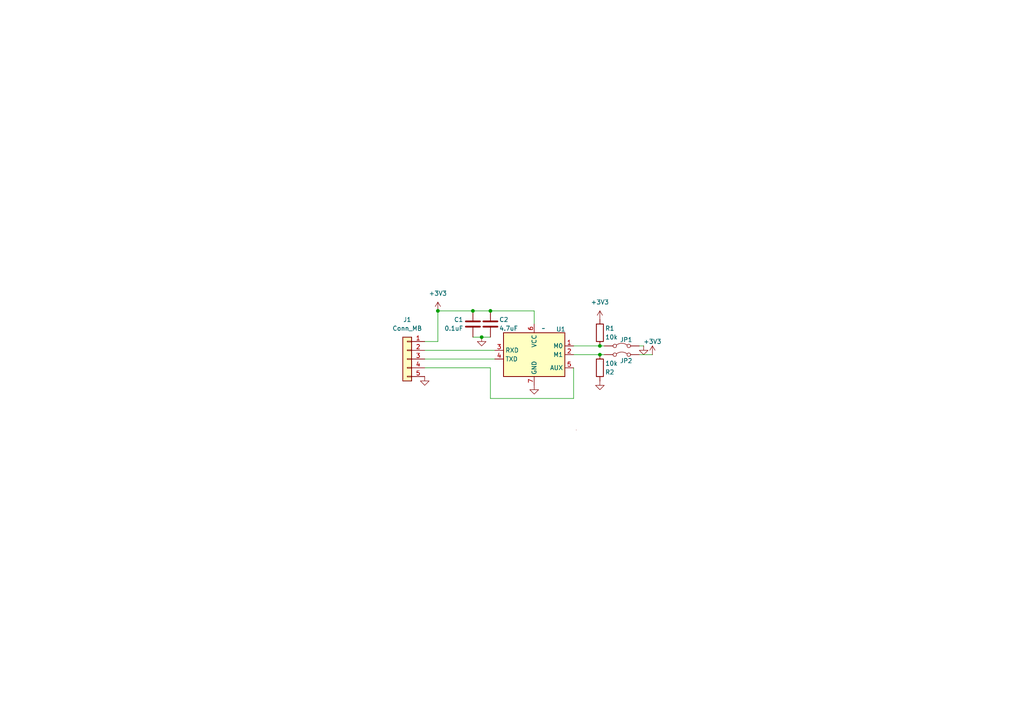
<source format=kicad_sch>
(kicad_sch (version 20250114) (generator "eeschema") (generator_version "9.0")
  (paper "A4")
  (title_block (title "LoRa Module") (date "2025-05-30") (rev "v1.0") (company "Ottawa Skybound") (comment 1 "Designed by Adam Turaj"))
  (lib_symbols
    (symbol "Connector_Generic:Conn_01x05" (pin_names (offset 1.016) (hide yes))
      (property "Reference" "J" (at 0 7.62 0))
      (property "Value" "Conn_01x05" (at 0 -7.62 0))
      (symbol "Conn_01x05_1_1"
        (rectangle (start -1.27 6.35) (end 1.27 -6.35) (stroke (width 0.254)) (fill (type background)))
        (rectangle (start -1.27 5.207) (end 0 4.953) (stroke (width 0.1524)))
        (rectangle (start -1.27 2.667) (end 0 2.413) (stroke (width 0.1524)))
        (rectangle (start -1.27 0.127) (end 0 -0.127) (stroke (width 0.1524)))
        (rectangle (start -1.27 -2.413) (end 0 -2.667) (stroke (width 0.1524)))
        (rectangle (start -1.27 -4.953) (end 0 -5.207) (stroke (width 0.1524)))
        (pin passive line (at -5.08 5.08 0) (length 3.81) (name "Pin_1") (number "1"))
        (pin passive line (at -5.08 2.54 0) (length 3.81) (name "Pin_2") (number "2"))
        (pin passive line (at -5.08 0 0) (length 3.81) (name "Pin_3") (number "3"))
        (pin passive line (at -5.08 -2.54 0) (length 3.81) (name "Pin_4") (number "4"))
        (pin passive line (at -5.08 -5.08 0) (length 3.81) (name "Pin_5") (number "5"))
      )
    )
    (symbol "Device:C" (pin_numbers (hide yes)) (pin_names (offset 0.254))
      (property "Reference" "C" (at 0.635 2.54 0))
      (property "Value" "C" (at 0.635 -2.54 0))
      (symbol "C_0_1"
        (polyline (pts (xy -2.032 0.762) (xy 2.032 0.762)) (stroke (width 0.508)))
        (polyline (pts (xy -2.032 -0.762) (xy 2.032 -0.762)) (stroke (width 0.508)))
      )
      (symbol "C_1_1"
        (pin passive line (at 0 3.81 270) (length 2.794) (name "~") (number "1"))
        (pin passive line (at 0 -3.81 90) (length 2.794) (name "~") (number "2"))
      )
    )
    (symbol "Device:R" (pin_numbers (hide yes)) (pin_names (offset 0))
      (property "Reference" "R" (at 2.032 0 90))
      (property "Value" "R" (at 0 0 90))
      (symbol "R_0_1"
        (rectangle (start -1.016 -2.54) (end 1.016 2.54) (stroke (width 0.254)))
      )
      (symbol "R_1_1"
        (pin passive line (at 0 3.81 270) (length 1.27) (name "~") (number "1"))
        (pin passive line (at 0 -3.81 90) (length 1.27) (name "~") (number "2"))
      )
    )
    (symbol "Jumper:Jumper_2_Bridged" (pin_numbers (hide yes)) (pin_names (offset 0) (hide yes))
      (property "Reference" "JP" (at 0 1.905 0))
      (property "Value" "Jumper_2_Bridged" (at 0 -2.54 0))
      (symbol "Jumper_2_Bridged_0_0"
        (circle (center -2.032 0) (radius 0.508))
        (circle (center 2.032 0) (radius 0.508))
      )
      (symbol "Jumper_2_Bridged_0_1"
        (arc (start -1.524 0.254) (mid 0 0.762) (end 1.524 0.254))
      )
      (symbol "Jumper_2_Bridged_1_1"
        (pin passive line (at -5.08 0 0) (length 2.54) (name "A") (number "1"))
        (pin passive line (at 5.08 0 180) (length 2.54) (name "B") (number "2"))
      )
    )
    (symbol "RF_Module:E220-900T22D"
      (property "Reference" "U" (at -9.398 7.366 0))
      (symbol "E220-900T22D_0_1"
        (rectangle (start 10.922 -21.844) (end 10.922 -21.844))
      )
      (symbol "E220-900T22D_1_1"
        (rectangle (start -10.16 6.35) (end 7.62 -6.35) (stroke (width 0.254)) (fill (type background)))
        (pin input line (at -12.7 1.27 0) (length 2.54) (name "RXD") (number "3"))
        (pin output line (at -12.7 -1.27 0) (length 2.54) (name "TXD") (number "4"))
        (pin power_in line (at -1.27 8.89 270) (length 2.54) (name "VCC") (number "6"))
        (pin input line (at -1.27 -8.89 90) (length 2.54) (name "GND") (number "7"))
        (pin input line (at 10.16 2.54 180) (length 2.54) (name "M0") (number "1"))
        (pin input line (at 10.16 0 180) (length 2.54) (name "M1") (number "2"))
        (pin output line (at 10.16 -3.81 180) (length 2.54) (name "AUX") (number "5"))
      )
    )
    (symbol "power:+3V3" (power) (pin_numbers (hide yes)) (pin_names (offset 0) (hide yes))
      (property "Value" "+3V3" (at 0 3.556 0))
      (symbol "+3V3_0_1"
        (polyline (pts (xy -0.762 1.27) (xy 0 2.54)))
        (polyline (pts (xy 0 2.54) (xy 0.762 1.27)))
        (polyline (pts (xy 0 0) (xy 0 2.54)))
      )
      (symbol "+3V3_1_1"
        (pin power_in line (at 0 0 90) (length 0) (name "~") (number "1"))
      )
    )
    (symbol "power:GND" (power) (pin_numbers (hide yes)) (pin_names (offset 0) (hide yes))
      (property "Value" "GND" (at 0 -3.81 0))
      (symbol "GND_0_1"
        (polyline (pts (xy 0 0) (xy 0 -1.27) (xy 1.27 -1.27) (xy 0 -2.54) (xy -1.27 -1.27) (xy 0 -1.27)))
      )
      (symbol "GND_1_1"
        (pin power_in line (at 0 0 270) (length 0) (name "~") (number "1"))
      )
    )
  )
  (junction (at 173.99 102.87))
  (junction (at 173.99 100.33))
  (junction (at 137.16 90.17))
  (junction (at 142.24 90.17))
  (junction (at 127 90.17))
  (junction (at 139.7 97.79))
  (wire (pts (xy 142.24 115.57) (xy 166.37 115.57)))
  (wire (pts (xy 142.24 106.68) (xy 142.24 115.57)))
  (wire (pts (xy 137.16 97.79) (xy 139.7 97.79)))
  (wire (pts (xy 137.16 90.17) (xy 142.24 90.17)))
  (wire (pts (xy 185.42 100.33) (xy 186.69 100.33)))
  (wire (pts (xy 127 90.17) (xy 137.16 90.17)))
  (wire (pts (xy 173.99 102.87) (xy 175.26 102.87)))
  (wire (pts (xy 173.99 100.33) (xy 175.26 100.33)))
  (wire (pts (xy 142.24 90.17) (xy 154.94 90.17)))
  (wire (pts (xy 139.7 97.79) (xy 142.24 97.79)))
  (wire (pts (xy 123.19 101.6) (xy 143.51 101.6)))
  (wire (pts (xy 154.94 90.17) (xy 154.94 93.98)))
  (wire (pts (xy 166.37 100.33) (xy 173.99 100.33)))
  (wire (pts (xy 123.19 106.68) (xy 142.24 106.68)))
  (wire (pts (xy 123.19 99.06) (xy 127 99.06)))
  (wire (pts (xy 123.19 104.14) (xy 143.51 104.14)))
  (wire (pts (xy 127 99.06) (xy 127 90.17)))
  (wire (pts (xy 166.37 102.87) (xy 173.99 102.87)))
  (wire (pts (xy 185.42 102.87) (xy 189.23 102.87)))
  (wire (pts (xy 166.37 115.57) (xy 166.37 106.68)))
  (symbol (lib_id "RF_Module:E220-900T22D") (at 156.21 102.87 0) (unit 1)
    (property "Reference" "U1" (at 161.29 95.504 0) (effects (justify left)))
    (property "Value" "~" (at 157.0833 95.25 0) (effects (justify left)))
    (property "Footprint" "RF_EByte:EBYTE-E220-900T22D" (effects (hide yes)))
  )
  (symbol (lib_id "power:GND") (at 139.7 97.79 0) (unit 1)
    (property "Reference" "#PWR03" (effects (hide yes)))
    (property "Value" "GND" (effects (hide yes)))
    (property "Description" "Power symbol creates a global label with name \"GND\" , ground" (effects (hide yes)))
  )
  (symbol (lib_id "power:+3V3") (at 127 90.17 0) (unit 1)
    (property "Reference" "#PWR02" (effects (hide yes)))
    (property "Value" "+3V3" (at 127 85.09 0))
    (property "Description" "Power symbol creates a global label with name \"+3V3\"" (effects (hide yes)))
  )
  (symbol (lib_id "Device:C") (at 142.24 93.98 0) (mirror y) (unit 1)
    (property "Reference" "C2" (at 144.78 92.71 0) (effects (justify right)))
    (property "Value" "4.7uF" (at 144.78 95.25 0) (effects (justify right)))
    (property "Footprint" "Capacitor_SMD:C_0402_1005Metric" (effects (hide yes)))
    (property "Description" "Unpolarized capacitor" (effects (hide yes)))
  )
  (symbol (lib_id "Jumper:Jumper_2_Bridged") (at 180.34 100.33 0) (unit 1)
    (property "Reference" "JP1" (at 181.61 98.552 0))
    (property "Value" "Jumper_2_Bridged" (effects (hide yes)))
    (property "Footprint" "Jumper:SolderJumper-2_P1.3mm_Open_RoundedPad1.0x1.5mm" (effects (hide yes)))
    (property "Description" "Jumper, 2-pole, closed/bridged" (effects (hide yes)))
  )
  (symbol (lib_id "power:+3V3") (at 189.23 102.87 0) (unit 1)
    (property "Reference" "#PWR08" (effects (hide yes)))
    (property "Value" "+3V3" (at 189.23 99.06 0))
    (property "Description" "Power symbol creates a global label with name \"+3V3\"" (effects (hide yes)))
  )
  (symbol (lib_id "power:GND") (at 123.19 109.22 0) (unit 1)
    (property "Reference" "#PWR01" (effects (hide yes)))
    (property "Value" "GND" (effects (hide yes)))
    (property "Description" "Power symbol creates a global label with name \"GND\" , ground" (effects (hide yes)))
  )
  (symbol (lib_id "power:+3V3") (at 173.99 92.71 0) (unit 1)
    (property "Reference" "#PWR05" (effects (hide yes)))
    (property "Value" "+3V3" (at 173.99 87.63 0))
    (property "Description" "Power symbol creates a global label with name \"+3V3\"" (effects (hide yes)))
  )
  (symbol (lib_id "power:GND") (at 154.94 111.76 0) (unit 1)
    (property "Reference" "#PWR04" (effects (hide yes)))
    (property "Value" "GND" (effects (hide yes)))
    (property "Description" "Power symbol creates a global label with name \"GND\" , ground" (effects (hide yes)))
  )
  (symbol (lib_id "Jumper:Jumper_2_Bridged") (at 180.34 102.87 0) (unit 1)
    (property "Reference" "JP2" (at 181.61 104.648 0))
    (property "Value" "Jumper_2_Bridged" (effects (hide yes)))
    (property "Footprint" "Jumper:SolderJumper-2_P1.3mm_Open_RoundedPad1.0x1.5mm" (effects (hide yes)))
    (property "Description" "Jumper, 2-pole, closed/bridged" (effects (hide yes)))
  )
  (symbol (lib_id "Connector_Generic:Conn_01x05") (at 118.11 104.14 0) (mirror y) (unit 1)
    (property "Reference" "J1" (at 118.11 92.71 0))
    (property "Value" "Conn_MB" (at 118.11 95.25 0))
    (property "Footprint" "Connector_JST:JST_XH_B5B-XH-A_1x05_P2.50mm_Vertical" (effects (hide yes)))
    (property "Description" "Generic connector, single row, 01x05, script generated (kicad-library-utils/schlib/autogen/connector/)" (effects (hide yes)))
  )
  (symbol (lib_id "power:GND") (at 186.69 100.33 0) (unit 1)
    (property "Reference" "#PWR07" (effects (hide yes)))
    (property "Value" "GND" (effects (hide yes)))
    (property "Description" "Power symbol creates a global label with name \"GND\" , ground" (effects (hide yes)))
  )
  (symbol (lib_id "Device:R") (at 173.99 96.52 0) (unit 1)
    (property "Reference" "R1" (at 175.514 95.25 0) (effects (justify left)))
    (property "Value" "10k" (at 175.514 97.79 0) (effects (justify left)))
    (property "Footprint" "Resistor_SMD:R_0402_1005Metric" (effects (hide yes)))
    (property "Description" "Resistor" (effects (hide yes)))
  )
  (symbol (lib_id "power:GND") (at 173.99 110.49 0) (unit 1)
    (property "Reference" "#PWR06" (effects (hide yes)))
    (property "Value" "GND" (effects (hide yes)))
    (property "Description" "Power symbol creates a global label with name \"GND\" , ground" (effects (hide yes)))
  )
  (symbol (lib_id "Device:R") (at 173.99 106.68 0) (mirror x) (unit 1)
    (property "Reference" "R2" (at 175.514 107.95 0) (effects (justify left)))
    (property "Value" "10k" (at 175.514 105.41 0) (effects (justify left)))
    (property "Footprint" "Resistor_SMD:R_0402_1005Metric" (effects (hide yes)))
    (property "Description" "Resistor" (effects (hide yes)))
  )
  (symbol (lib_id "Device:C") (at 137.16 93.98 0) (unit 1)
    (property "Reference" "C1" (at 134.366 92.71 0) (effects (justify right)))
    (property "Value" "0.1uF" (at 134.366 95.25 0) (effects (justify right)))
    (property "Footprint" "Capacitor_SMD:C_0402_1005Metric" (effects (hide yes)))
    (property "Description" "Unpolarized capacitor" (effects (hide yes)))
  )
)
</source>
